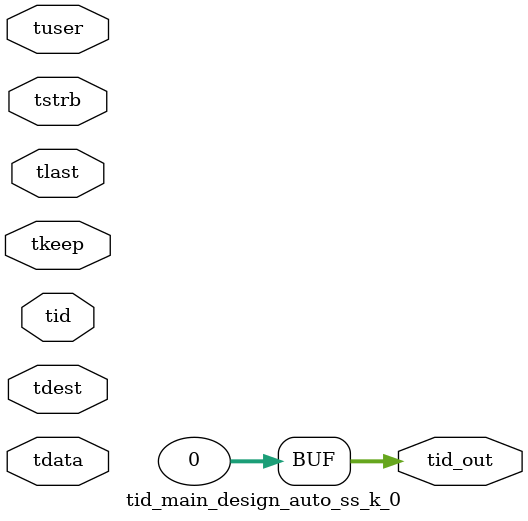
<source format=v>


`timescale 1ps/1ps

module tid_main_design_auto_ss_k_0 #
(
parameter C_S_AXIS_TID_WIDTH   = 1,
parameter C_S_AXIS_TUSER_WIDTH = 0,
parameter C_S_AXIS_TDATA_WIDTH = 0,
parameter C_S_AXIS_TDEST_WIDTH = 0,
parameter C_M_AXIS_TID_WIDTH   = 32
)
(
input  [(C_S_AXIS_TID_WIDTH   == 0 ? 1 : C_S_AXIS_TID_WIDTH)-1:0       ] tid,
input  [(C_S_AXIS_TDATA_WIDTH == 0 ? 1 : C_S_AXIS_TDATA_WIDTH)-1:0     ] tdata,
input  [(C_S_AXIS_TUSER_WIDTH == 0 ? 1 : C_S_AXIS_TUSER_WIDTH)-1:0     ] tuser,
input  [(C_S_AXIS_TDEST_WIDTH == 0 ? 1 : C_S_AXIS_TDEST_WIDTH)-1:0     ] tdest,
input  [(C_S_AXIS_TDATA_WIDTH/8)-1:0 ] tkeep,
input  [(C_S_AXIS_TDATA_WIDTH/8)-1:0 ] tstrb,
input                                                                    tlast,
output [(C_M_AXIS_TID_WIDTH   == 0 ? 1 : C_M_AXIS_TID_WIDTH)-1:0       ] tid_out
);

assign tid_out = {1'b0};

endmodule


</source>
